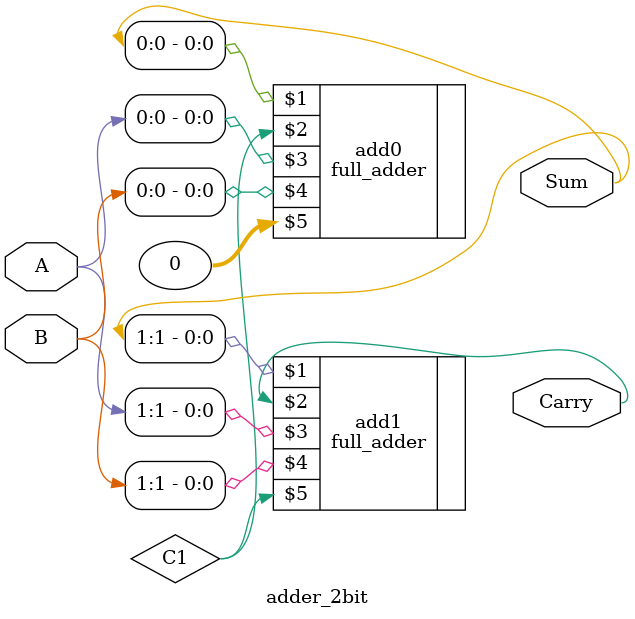
<source format=v>
`timescale 1ns / 1ps


module adder_2bit(Carry, Sum, A, B);
    input wire [1:0] A, B;          //2-bit input nets
    output wire [1:0] Sum;            //2-bit output net
    output wire Carry;                  //1-bit input net
    
    wire C1;                        //Internal carry net
    
    full_adder add0(Sum[0], C1, A[0], B[0], 0);       //First sum bit
    full_adder add1(Sum[1], Carry, A[1], B[1], C1);       //Second sum bit and carry out calculation
    
endmodule
</source>
